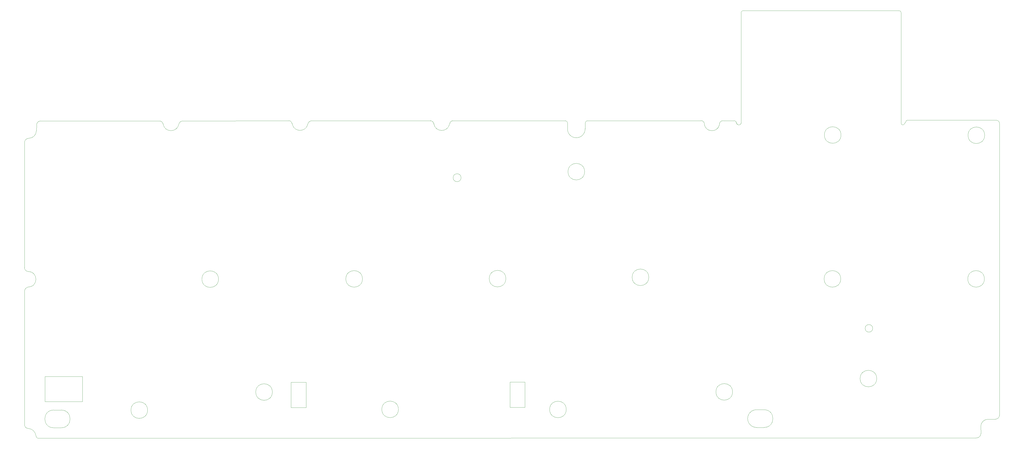
<source format=gbr>
%TF.GenerationSoftware,KiCad,Pcbnew,9.0.1*%
%TF.CreationDate,2025-04-13T00:15:51+02:00*%
%TF.ProjectId,Sony_HB-F1Xxx_Membrane,536f6e79-5f48-4422-9d46-315878785f4d,1.0*%
%TF.SameCoordinates,Original*%
%TF.FileFunction,Profile,NP*%
%FSLAX46Y46*%
G04 Gerber Fmt 4.6, Leading zero omitted, Abs format (unit mm)*
G04 Created by KiCad (PCBNEW 9.0.1) date 2025-04-13 00:15:51*
%MOMM*%
%LPD*%
G01*
G04 APERTURE LIST*
%TA.AperFunction,Profile*%
%ADD10C,0.050000*%
%TD*%
G04 APERTURE END LIST*
D10*
X402500000Y-178768629D02*
G75*
G02*
X400900000Y-180368600I-1600000J29D01*
G01*
X207900000Y-165550000D02*
X213900000Y-165550000D01*
X213900000Y-175650000D01*
X207900000Y-175650000D01*
X207900000Y-165550000D01*
X120060635Y-61500000D02*
G75*
G02*
X121226138Y-62410052I-35J-1201400D01*
G01*
X292700000Y-61500000D02*
X293667458Y-61500000D01*
X15000000Y-129500000D02*
G75*
G02*
X16558018Y-127716340I1800000J0D01*
G01*
X177698898Y-62900001D02*
X177614195Y-62571505D01*
X20300000Y-187965880D02*
G75*
G02*
X19612988Y-187340773I100000J799980D01*
G01*
X299800000Y-61300000D02*
X299800000Y-62500000D01*
X26600000Y-176731762D02*
X29565881Y-176731762D01*
X401202786Y-61300000D02*
X365850000Y-61300000D01*
X20400000Y-187965881D02*
X393300000Y-187865881D01*
X16450447Y-121581788D02*
G75*
G02*
X16558018Y-127716346I3J-3068222D01*
G01*
X296400000Y-169500000D02*
G75*
G02*
X289800000Y-169500000I-3300000J0D01*
G01*
X289800000Y-169500000D02*
G75*
G02*
X296400000Y-169500000I3300000J0D01*
G01*
X14963146Y-119518283D02*
X14997062Y-70202938D01*
X402500000Y-176565881D02*
X402500000Y-62750000D01*
X293667458Y-61500000D02*
X297132542Y-61500000D01*
X29565881Y-176731762D02*
G75*
G02*
X29565881Y-183799998I-1J-3534118D01*
G01*
X237869203Y-62400000D02*
X237800000Y-64700000D01*
X19800000Y-63200000D02*
G75*
G02*
X21400000Y-61600000I1600000J0D01*
G01*
X92100000Y-124600000D02*
G75*
G02*
X85500000Y-124600000I-3300000J0D01*
G01*
X85500000Y-124600000D02*
G75*
G02*
X92100000Y-124600000I3300000J0D01*
G01*
X291195586Y-63066918D02*
G75*
G02*
X285162574Y-62812181I-2995586J622818D01*
G01*
X230000000Y-61500001D02*
G75*
G02*
X230805538Y-62400000I-100000J-899999D01*
G01*
X113500000Y-169565881D02*
G75*
G02*
X106900000Y-169565881I-3300000J0D01*
G01*
X106900000Y-169565881D02*
G75*
G02*
X113500000Y-169565881I3300000J0D01*
G01*
X230800475Y-64600000D02*
X230800000Y-64700010D01*
X230300000Y-176500000D02*
G75*
G02*
X223700000Y-176500000I-3300000J0D01*
G01*
X223700000Y-176500000D02*
G75*
G02*
X230300000Y-176500000I3300000J0D01*
G01*
X16500000Y-184065882D02*
G75*
G02*
X19496785Y-186853112I-188680J-3207528D01*
G01*
X299800000Y-19665881D02*
X299800000Y-18565881D01*
X291186014Y-62867205D02*
X291195586Y-63066916D01*
X176337321Y-61500001D02*
G75*
G02*
X177614233Y-62571495I-100021J-1415799D01*
G01*
X183903507Y-62915722D02*
X184023977Y-62480994D01*
X364050000Y-63200000D02*
G75*
G02*
X363398217Y-62500000I50000J700000D01*
G01*
X121313822Y-62681885D02*
X121413822Y-62880456D01*
X63900000Y-176765881D02*
G75*
G02*
X57300000Y-176765881I-3300000J0D01*
G01*
X57300000Y-176765881D02*
G75*
G02*
X63900000Y-176765881I3300000J0D01*
G01*
X339400000Y-124500000D02*
G75*
G02*
X332800000Y-124500000I-3300000J0D01*
G01*
X332800000Y-124500000D02*
G75*
G02*
X339400000Y-124500000I3300000J0D01*
G01*
X149300000Y-124500000D02*
G75*
G02*
X142700000Y-124500000I-3300000J0D01*
G01*
X142700000Y-124500000D02*
G75*
G02*
X149300000Y-124500000I3300000J0D01*
G01*
X402500000Y-62650000D02*
X402500000Y-62750000D01*
X297132550Y-61499999D02*
G75*
G02*
X297619794Y-61720137I67450J-500001D01*
G01*
X127572512Y-62939728D02*
G75*
G02*
X129199998Y-61499965I1719588J-304072D01*
G01*
X237869203Y-62399999D02*
G75*
G02*
X238674745Y-61500037I905497J-1D01*
G01*
X363400000Y-61300000D02*
X363400000Y-62500000D01*
X21400000Y-61600000D02*
X68638423Y-61600000D01*
X352100000Y-144200000D02*
G75*
G02*
X349100000Y-144200000I-1500000J0D01*
G01*
X349100000Y-144200000D02*
G75*
G02*
X352100000Y-144200000I1500000J0D01*
G01*
X299800000Y-60465881D02*
X299800000Y-61300000D01*
X20300000Y-187965880D02*
X20400000Y-187965881D01*
X291186014Y-62867182D02*
G75*
G02*
X292699996Y-61500053I1403886J-32818D01*
G01*
X305934119Y-183668238D02*
G75*
G02*
X305934119Y-176599962I-19J3534138D01*
G01*
X184023977Y-62480994D02*
G75*
G02*
X185100000Y-61500000I1276023J-319006D01*
G01*
X395050600Y-183300000D02*
G75*
G02*
X397950610Y-180400000I2900000J0D01*
G01*
X299800068Y-18565881D02*
G75*
G02*
X300694377Y-17665986I899932J-19D01*
G01*
X283838431Y-61496042D02*
G75*
G02*
X285153931Y-62569018I110969J-1206858D01*
G01*
X183903507Y-62915722D02*
G75*
G02*
X177699985Y-62900003I-3100007J700022D01*
G01*
X14997062Y-70202938D02*
G75*
G02*
X16700000Y-68500002I1702938J-2D01*
G01*
X19700000Y-65497062D02*
X19800000Y-63200000D01*
X16450447Y-121581787D02*
G75*
G02*
X14963128Y-119952402I148853J1629387D01*
G01*
X395050600Y-183300000D02*
X395100000Y-186000000D01*
X364385043Y-63085043D02*
G75*
G02*
X364050007Y-63200000I-285043J285043D01*
G01*
X395100000Y-186000000D02*
X395100000Y-186065900D01*
X363400000Y-19765881D02*
X363400000Y-18465881D01*
X19496785Y-186853112D02*
X19612974Y-187340776D01*
X285153931Y-62569024D02*
X285162576Y-62812181D01*
X68638423Y-61600000D02*
G75*
G02*
X69996674Y-62660437I-23J-1400100D01*
G01*
X283434916Y-61496077D02*
X283838062Y-61496077D01*
X120900000Y-165650000D02*
X126900000Y-165650000D01*
X126900000Y-175750000D01*
X120900000Y-175750000D01*
X120900000Y-165650000D01*
X70100000Y-62984278D02*
X69996623Y-62660450D01*
X362600000Y-17665881D02*
G75*
G02*
X363400019Y-18465881I0J-800019D01*
G01*
X305934119Y-176600000D02*
X308900000Y-176600000D01*
X396500000Y-124500000D02*
G75*
G02*
X389900000Y-124500000I-3300000J0D01*
G01*
X389900000Y-124500000D02*
G75*
G02*
X396500000Y-124500000I3300000J0D01*
G01*
X14963146Y-119518283D02*
X14963146Y-119952402D01*
X185561577Y-61500000D02*
X230000000Y-61500000D01*
X299800000Y-19665881D02*
X299800000Y-60465881D01*
X400900000Y-180368629D02*
X397950610Y-180400000D01*
X308900000Y-176600000D02*
G75*
G02*
X308900000Y-183668200I0J-3534100D01*
G01*
X299800000Y-62500000D02*
G75*
G02*
X298075379Y-62712310I-900000J200000D01*
G01*
X353700000Y-164200000D02*
G75*
G02*
X347100000Y-164200000I-3300000J0D01*
G01*
X347100000Y-164200000D02*
G75*
G02*
X353700000Y-164200000I3300000J0D01*
G01*
X263100000Y-123865881D02*
G75*
G02*
X256500000Y-123865881I-3300000J0D01*
G01*
X256500000Y-123865881D02*
G75*
G02*
X263100000Y-123865881I3300000J0D01*
G01*
X402500000Y-62650000D02*
X402500000Y-62600000D01*
X402500000Y-178534510D02*
X402500000Y-178768629D01*
X402500000Y-176565881D02*
X402500000Y-178534510D01*
X76303507Y-63000000D02*
G75*
G02*
X77772306Y-61592299I1696493J-300000D01*
G01*
X77772306Y-61592299D02*
X119834916Y-61500000D01*
X395100000Y-186065881D02*
G75*
G02*
X393300000Y-187865900I-1800000J-19D01*
G01*
X14999999Y-182565881D02*
X15000000Y-129500000D01*
X396600000Y-67300000D02*
G75*
G02*
X390000000Y-67300000I-3300000J0D01*
G01*
X390000000Y-67300000D02*
G75*
G02*
X396600000Y-67300000I3300000J0D01*
G01*
X121313822Y-62681885D02*
X121226176Y-62410042D01*
X305934119Y-183668238D02*
X308900000Y-183668238D01*
X237800000Y-64700000D02*
G75*
G02*
X230800000Y-64700000I-3500000J-100000D01*
G01*
X401200000Y-61300000D02*
G75*
G02*
X402500000Y-62600000I0J-1300000D01*
G01*
X188500000Y-84200000D02*
G75*
G02*
X185337722Y-84200000I-1581139J0D01*
G01*
X185337722Y-84200000D02*
G75*
G02*
X188500000Y-84200000I1581139J0D01*
G01*
X362300000Y-17665881D02*
X300694377Y-17665967D01*
X230805538Y-62400000D02*
X230800475Y-64600000D01*
X365400000Y-61576393D02*
X364500000Y-62965686D01*
X363400000Y-19765881D02*
X363400000Y-61300000D01*
X26600000Y-183800000D02*
X29565881Y-183800000D01*
X23100000Y-163400000D02*
X38000000Y-163400000D01*
X38000000Y-173400000D01*
X23100000Y-173400000D01*
X23100000Y-163400000D01*
X365400000Y-61576393D02*
G75*
G02*
X365847214Y-61300012I447200J-223607D01*
G01*
X297619794Y-61720137D02*
X298075379Y-62712310D01*
X16500000Y-184065882D02*
G75*
G02*
X15000018Y-182565881I0J1499982D01*
G01*
X163600000Y-176467443D02*
G75*
G02*
X157000000Y-176467443I-3300000J0D01*
G01*
X157000000Y-176467443D02*
G75*
G02*
X163600000Y-176467443I3300000J0D01*
G01*
X362300000Y-17665881D02*
X362600000Y-17665881D01*
X339500000Y-67200000D02*
G75*
G02*
X332900000Y-67200000I-3300000J0D01*
G01*
X332900000Y-67200000D02*
G75*
G02*
X339500000Y-67200000I3300000J0D01*
G01*
X185100000Y-61500001D02*
X185561577Y-61500000D01*
X364382843Y-63082843D02*
X364500000Y-62965686D01*
X237600000Y-81800000D02*
G75*
G02*
X231000000Y-81800000I-3300000J0D01*
G01*
X231000000Y-81800000D02*
G75*
G02*
X237600000Y-81800000I3300000J0D01*
G01*
X238674741Y-61500000D02*
X283434916Y-61496077D01*
X206300000Y-124400000D02*
G75*
G02*
X199700000Y-124400000I-3300000J0D01*
G01*
X199700000Y-124400000D02*
G75*
G02*
X206300000Y-124400000I3300000J0D01*
G01*
X127572512Y-62939728D02*
G75*
G02*
X121413820Y-62880456I-3072512J739728D01*
G01*
X76303507Y-63000000D02*
G75*
G02*
X70099985Y-62984281I-3100007J700000D01*
G01*
X26600000Y-183800000D02*
G75*
G02*
X26600000Y-176731760I0J3534120D01*
G01*
X19700000Y-65500000D02*
G75*
G02*
X16700000Y-68500000I-3000000J0D01*
G01*
X129200000Y-61500001D02*
X176337321Y-61500001D01*
X119834916Y-61500000D02*
X120060635Y-61500000D01*
M02*

</source>
